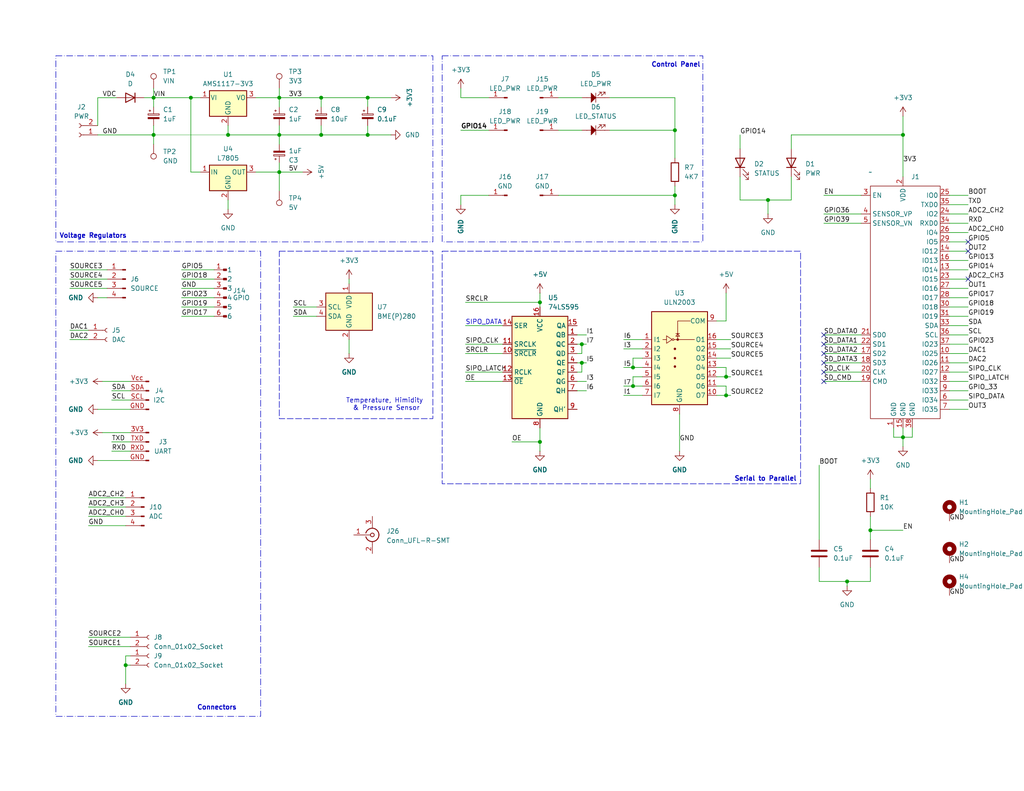
<source format=kicad_sch>
(kicad_sch (version 20231120) (generator "eeschema") (generator_version "8.0")
  (paper "USLetter")
  (title_block (title "ESP32 Node") (date "2024-07-03") (rev "v2.0"))
  (junction (at 388.62 22.86))
  (junction (at 595.63 139.7))
  (junction (at 147.32 120.65))
  (junction (at 87.63 26.67))
  (junction (at 62.23 36.83))
  (junction (at 198.12 102.87))
  (junction (at 76.2 36.83))
  (junction (at 184.15 35.56))
  (junction (at 358.14 30.48))
  (junction (at 198.12 107.95))
  (junction (at 172.72 105.41))
  (junction (at 100.33 36.83))
  (junction (at 595.63 116.84))
  (junction (at 595.63 132.08))
  (junction (at 595.63 124.46))
  (junction (at 246.38 36.83))
  (junction (at 41.91 36.83))
  (junction (at 52.07 26.67))
  (junction (at 478.79 156.21))
  (junction (at 76.2 46.99))
  (junction (at 158.75 93.98))
  (junction (at 377.19 151.13))
  (junction (at 246.38 119.38))
  (junction (at 158.75 99.06))
  (junction (at 347.98 54.61))
  (junction (at 401.32 163.83))
  (junction (at 237.49 144.78))
  (junction (at 495.3 168.91))
  (junction (at 100.33 26.67))
  (junction (at 76.2 26.67))
  (junction (at 595.63 128.27))
  (junction (at 41.91 26.67))
  (junction (at 87.63 36.83))
  (junction (at 147.32 82.55))
  (junction (at 184.15 53.34))
  (junction (at 449.58 99.06))
  (junction (at 495.3 156.21))
  (junction (at 231.14 158.75))
  (junction (at 358.14 22.86))
  (junction (at 209.55 54.61))
  (junction (at 595.63 135.89))
  (junction (at 374.65 30.48))
  (junction (at 595.63 120.65))
  (junction (at 172.72 100.33))
  (junction (at 34.29 181.61))
  (no_connect (at 224.79 96.52))
  (no_connect (at 224.79 104.14))
  (no_connect (at 361.95 113.03))
  (no_connect (at 224.79 99.06))
  (no_connect (at 264.16 66.04))
  (no_connect (at 264.16 76.2))
  (no_connect (at 264.16 68.58))
  (no_connect (at 224.79 93.98))
  (no_connect (at 224.79 101.6))
  (no_connect (at 224.79 91.44))
  (wire (pts (xy 478.79 168.91) (xy 476.25 168.91)))
  (wire (pts (xy 158.75 99.06) (xy 158.75 101.6)))
  (wire (pts (xy 259.08 58.42) (xy 264.16 58.42)))
  (wire (pts (xy 327.66 25.4) (xy 328.93 25.4)))
  (wire (pts (xy 62.23 54.61) (xy 62.23 57.15)))
  (wire (pts (xy 52.07 26.67) (xy 54.61 26.67)))
  (wire (pts (xy 588.01 135.89) (xy 595.63 135.89)))
  (wire (pts (xy 558.8 53.34) (xy 568.96 53.34)))
  (wire (pts (xy 157.48 99.06) (xy 158.75 99.06)))
  (wire (pts (xy 224.79 101.6) (xy 234.95 101.6)))
  (wire (pts (xy 34.29 179.07) (xy 34.29 181.61)))
  (wire (pts (xy 30.48 109.22) (xy 35.56 109.22)))
  (wire (pts (xy 195.58 107.95) (xy 198.12 107.95)))
  (wire (pts (xy 41.91 36.83) (xy 62.23 36.83)) (stroke (width 0.0254)))
  (wire (pts (xy 558.8 55.88) (xy 568.96 55.88)))
  (wire (pts (xy 358.14 171.45) (xy 361.95 171.45)))
  (wire (pts (xy 147.32 116.84) (xy 147.32 120.65)))
  (wire (pts (xy 127 93.98) (xy 137.16 93.98)))
  (wire (pts (xy 572.77 120.65) (xy 580.39 120.65)))
  (wire (pts (xy 184.15 26.67) (xy 184.15 35.56)))
  (wire (pts (xy 615.95 24.13) (xy 622.3 24.13)))
  (wire (pts (xy 588.01 124.46) (xy 595.63 124.46)))
  (wire (pts (xy 184.15 50.8) (xy 184.15 53.34)))
  (wire (pts (xy 24.13 173.99) (xy 35.56 173.99)))
  (wire (pts (xy 223.52 158.75) (xy 231.14 158.75)))
  (wire (pts (xy 595.63 139.7) (xy 595.63 143.51)))
  (wire (pts (xy 41.91 26.67) (xy 52.07 26.67)))
  (wire (pts (xy 341.63 52.07) (xy 354.33 52.07)))
  (wire (pts (xy 259.08 63.5) (xy 264.16 63.5)))
  (wire (pts (xy 209.55 54.61) (xy 215.9 54.61)))
  (wire (pts (xy 588.01 120.65) (xy 595.63 120.65)))
  (wire (pts (xy 495.3 158.75) (xy 495.3 156.21)))
  (wire (pts (xy 377.19 151.13) (xy 382.27 151.13)))
  (wire (pts (xy 224.79 99.06) (xy 234.95 99.06)))
  (wire (pts (xy 54.61 46.99) (xy 52.07 46.99)))
  (wire (pts (xy 30.48 120.65) (xy 35.56 120.65)))
  (wire (pts (xy 508 91.44) (xy 515.62 91.44)))
  (wire (pts (xy 495.3 156.21) (xy 504.19 156.21)))
  (wire (pts (xy 623.57 62.23) (xy 635 62.23)))
  (wire (pts (xy 24.13 140.97) (xy 34.29 140.97)))
  (wire (pts (xy 401.32 142.24) (xy 401.32 146.05)))
  (wire (pts (xy 127 96.52) (xy 137.16 96.52)))
  (wire (pts (xy 246.38 31.75) (xy 246.38 36.83)))
  (wire (pts (xy 259.08 78.74) (xy 264.16 78.74)))
  (wire (pts (xy 172.72 100.33) (xy 175.26 100.33)))
  (wire (pts (xy 172.72 105.41) (xy 175.26 105.41)))
  (wire (pts (xy 259.08 81.28) (xy 264.16 81.28)))
  (wire (pts (xy 615.95 26.67) (xy 622.3 26.67)))
  (wire (pts (xy 615.95 19.05) (xy 622.3 19.05)))
  (wire (pts (xy 623.57 57.15) (xy 635 57.15)))
  (wire (pts (xy 353.06 22.86) (xy 358.14 22.86)))
  (wire (pts (xy 27.94 104.14) (xy 35.56 104.14)))
  (wire (pts (xy 198.12 107.95) (xy 199.39 107.95)))
  (wire (pts (xy 572.77 128.27) (xy 580.39 128.27)))
  (wire (pts (xy 170.18 92.71) (xy 175.26 92.71)))
  (wire (pts (xy 389.89 151.13) (xy 393.7 151.13)))
  (wire (pts (xy 452.12 95.25) (xy 452.12 99.06)))
  (wire (pts (xy 62.23 34.29) (xy 62.23 36.83)))
  (wire (pts (xy 100.33 36.83) (xy 106.68 36.83)))
  (wire (pts (xy 195.58 92.71) (xy 199.39 92.71)))
  (wire (pts (xy 29.21 78.74) (xy 19.05 78.74)))
  (wire (pts (xy 551.22 22.73) (xy 558.84 22.73)))
  (wire (pts (xy 243.84 119.38) (xy 246.38 119.38)))
  (wire (pts (xy 158.75 93.98) (xy 160.02 93.98)))
  (wire (pts (xy 125.73 26.67) (xy 125.73 24.13)))
  (wire (pts (xy 76.2 34.29) (xy 76.2 36.83)))
  (wire (pts (xy 29.21 73.66) (xy 19.05 73.66)))
  (wire (pts (xy 259.08 53.34) (xy 264.16 53.34)))
  (wire (pts (xy 87.63 26.67) (xy 87.63 29.21)))
  (wire (pts (xy 374.65 30.48) (xy 374.65 34.29)))
  (wire (pts (xy 49.53 81.28) (xy 58.42 81.28)))
  (wire (pts (xy 595.63 120.65) (xy 595.63 124.46)))
  (wire (pts (xy 198.12 87.63) (xy 195.58 87.63)))
  (wire (pts (xy 461.01 67.31) (xy 466.09 67.31)))
  (wire (pts (xy 201.93 36.83) (xy 201.93 40.64)))
  (wire (pts (xy 49.53 83.82) (xy 58.42 83.82)))
  (wire (pts (xy 195.58 105.41) (xy 198.12 105.41)))
  (wire (pts (xy 26.67 81.28) (xy 29.21 81.28)))
  (wire (pts (xy 147.32 82.55) (xy 147.32 83.82)))
  (wire (pts (xy 595.63 128.27) (xy 595.63 132.08)))
  (wire (pts (xy 458.47 168.91) (xy 461.01 168.91)))
  (wire (pts (xy 595.63 116.84) (xy 595.63 120.65)))
  (wire (pts (xy 504.19 163.83) (xy 504.19 168.91)))
  (wire (pts (xy 631.19 8.89) (xy 631.19 12.7)))
  (wire (pts (xy 125.73 53.34) (xy 125.73 55.88)))
  (wire (pts (xy 382.27 22.86) (xy 388.62 22.86)))
  (wire (pts (xy 234.95 53.34) (xy 224.79 53.34)))
  (wire (pts (xy 358.14 173.99) (xy 361.95 173.99)))
  (wire (pts (xy 166.37 35.56) (xy 184.15 35.56)))
  (wire (pts (xy 133.35 26.67) (xy 125.73 26.67)))
  (wire (pts (xy 147.32 80.01) (xy 147.32 82.55)))
  (wire (pts (xy 26.67 26.67) (xy 31.75 26.67)))
  (wire (pts (xy 243.84 116.84) (xy 243.84 119.38)))
  (wire (pts (xy 434.34 55.88) (xy 438.15 55.88)))
  (wire (pts (xy 588.01 132.08) (xy 595.63 132.08)))
  (wire (pts (xy 41.91 39.37) (xy 41.91 36.83)))
  (wire (pts (xy 19.05 90.17) (xy 24.13 90.17)))
  (wire (pts (xy 224.79 60.96) (xy 234.95 60.96)))
  (wire (pts (xy 504.19 161.29) (xy 506.73 161.29)))
  (wire (pts (xy 49.53 76.2) (xy 58.42 76.2)))
  (wire (pts (xy 34.29 181.61) (xy 35.56 181.61)))
  (wire (pts (xy 27.94 118.11) (xy 35.56 118.11)))
  (wire (pts (xy 41.91 26.67) (xy 41.91 29.21)))
  (wire (pts (xy 237.49 140.97) (xy 237.49 144.78)))
  (wire (pts (xy 237.49 144.78) (xy 246.38 144.78)))
  (wire (pts (xy 198.12 100.33) (xy 198.12 102.87)))
  (wire (pts (xy 259.08 106.68) (xy 264.16 106.68)))
  (wire (pts (xy 41.91 34.29) (xy 41.91 36.83)))
  (wire (pts (xy 209.55 58.42) (xy 209.55 54.61)))
  (wire (pts (xy 152.4 35.56) (xy 158.75 35.56)))
  (wire (pts (xy 224.79 93.98) (xy 234.95 93.98)))
  (wire (pts (xy 198.12 80.01) (xy 198.12 87.63)))
  (wire (pts (xy 24.13 176.53) (xy 35.56 176.53)))
  (wire (pts (xy 486.41 173.99) (xy 487.68 173.99)))
  (wire (pts (xy 224.79 91.44) (xy 234.95 91.44)))
  (wire (pts (xy 157.48 96.52) (xy 158.75 96.52)))
  (wire (pts (xy 361.95 118.11) (xy 373.38 118.11)))
  (wire (pts (xy 157.48 104.14) (xy 160.02 104.14)))
  (wire (pts (xy 215.9 48.26) (xy 215.9 54.61)))
  (wire (pts (xy 52.07 26.67) (xy 52.07 46.99)))
  (wire (pts (xy 259.08 101.6) (xy 264.16 101.6)))
  (wire (pts (xy 342.9 113.03) (xy 346.71 113.03)))
  (wire (pts (xy 35.56 179.07) (xy 34.29 179.07)))
  (wire (pts (xy 76.2 46.99) (xy 82.55 46.99)))
  (wire (pts (xy 41.91 24.13) (xy 41.91 26.67)))
  (wire (pts (xy 76.2 36.83) (xy 87.63 36.83)))
  (wire (pts (xy 588.01 128.27) (xy 595.63 128.27)))
  (wire (pts (xy 259.08 104.14) (xy 264.16 104.14)))
  (wire (pts (xy 152.4 26.67) (xy 158.75 26.67)))
  (wire (pts (xy 567.73 10.03) (xy 567.73 13.84)))
  (wire (pts (xy 195.58 97.79) (xy 199.39 97.79)))
  (wire (pts (xy 401.32 156.21) (xy 401.32 163.83)))
  (wire (pts (xy 631.19 33.02) (xy 631.19 35.56)))
  (wire (pts (xy 259.08 93.98) (xy 264.16 93.98)))
  (wire (pts (xy 461.01 69.85) (xy 466.09 69.85)))
  (wire (pts (xy 237.49 154.94) (xy 237.49 158.75)))
  (wire (pts (xy 215.9 36.83) (xy 215.9 40.64)))
  (wire (pts (xy 127 88.9) (xy 137.16 88.9)))
  (wire (pts (xy 504.19 156.21) (xy 504.19 161.29)))
  (wire (pts (xy 623.57 66.04) (xy 623.57 62.23)))
  (wire (pts (xy 80.01 86.36) (xy 86.36 86.36)))
  (wire (pts (xy 195.58 100.33) (xy 198.12 100.33)))
  (wire (pts (xy 35.56 111.76) (xy 26.67 111.76)))
  (wire (pts (xy 195.58 95.25) (xy 199.39 95.25)))
  (wire (pts (xy 495.3 156.21) (xy 478.79 156.21)))
  (wire (pts (xy 30.48 123.19) (xy 35.56 123.19)))
  (wire (pts (xy 476.25 173.99) (xy 478.79 173.99)))
  (wire (pts (xy 125.73 35.56) (xy 133.35 35.56)))
  (wire (pts (xy 87.63 26.67) (xy 100.33 26.67)))
  (wire (pts (xy 595.63 113.03) (xy 595.63 116.84)))
  (wire (pts (xy 201.93 54.61) (xy 209.55 54.61)))
  (wire (pts (xy 76.2 36.83) (xy 76.2 39.37)))
  (wire (pts (xy 259.08 55.88) (xy 264.16 55.88)))
  (wire (pts (xy 452.12 99.06) (xy 449.58 99.06)))
  (wire (pts (xy 259.08 99.06) (xy 264.16 99.06)))
  (wire (pts (xy 461.01 62.23) (xy 466.09 62.23)))
  (wire (pts (xy 237.49 144.78) (xy 237.49 147.32)))
  (wire (pts (xy 201.93 48.26) (xy 201.93 54.61)))
  (wire (pts (xy 147.32 120.65) (xy 147.32 123.19)))
  (wire (pts (xy 449.58 95.25) (xy 449.58 99.06)))
  (wire (pts (xy 448.31 27.94) (xy 448.31 31.75)))
  (wire (pts (xy 434.34 58.42) (xy 438.15 58.42)))
  (wire (pts (xy 551.22 20.19) (xy 558.84 20.19)))
  (wire (pts (xy 100.33 26.67) (xy 100.33 29.21)))
  (wire (pts (xy 623.57 59.69) (xy 635 59.69)))
  (wire (pts (xy 358.14 166.37) (xy 361.95 166.37)))
  (wire (pts (xy 358.14 24.13) (xy 358.14 22.86)))
  (wire (pts (xy 623.57 54.61) (xy 635 54.61)))
  (wire (pts (xy 388.62 30.48) (xy 374.65 30.48)))
  (wire (pts (xy 588.01 139.7) (xy 595.63 139.7)))
  (wire (pts (xy 62.23 36.83) (xy 76.2 36.83)))
  (wire (pts (xy 401.32 163.83) (xy 401.32 172.72)))
  (wire (pts (xy 358.14 168.91) (xy 361.95 168.91)))
  (wire (pts (xy 361.95 115.57) (xy 373.38 115.57)))
  (wire (pts (xy 259.08 86.36) (xy 264.16 86.36)))
  (wire (pts (xy 224.79 104.14) (xy 234.95 104.14)))
  (wire (pts (xy 561.34 48.26) (xy 568.96 48.26)))
  (wire (pts (xy 449.58 99.06) (xy 449.58 101.6)))
  (wire (pts (xy 76.2 29.21) (xy 76.2 26.67)))
  (wire (pts (xy 80.01 83.82) (xy 86.36 83.82)))
  (wire (pts (xy 259.08 60.96) (xy 264.16 60.96)))
  (wire (pts (xy 76.2 46.99) (xy 76.2 52.07)))
  (wire (pts (xy 170.18 105.41) (xy 172.72 105.41)))
  (wire (pts (xy 572.77 135.89) (xy 580.39 135.89)))
  (wire (pts (xy 259.08 71.12) (xy 264.16 71.12)))
  (wire (pts (xy 259.08 88.9) (xy 264.16 88.9)))
  (wire (pts (xy 327.66 30.48) (xy 358.14 30.48)))
  (wire (pts (xy 341.63 49.53) (xy 347.98 49.53)))
  (wire (pts (xy 347.98 49.53) (xy 347.98 54.61)))
  (wire (pts (xy 26.67 36.83) (xy 41.91 36.83)))
  (wire (pts (xy 401.32 163.83) (xy 393.7 163.83)))
  (wire (pts (xy 24.13 138.43) (xy 34.29 138.43)))
  (wire (pts (xy 125.73 53.34) (xy 133.35 53.34)))
  (wire (pts (xy 558.8 58.42) (xy 558.8 55.88)))
  (wire (pts (xy 170.18 107.95) (xy 175.26 107.95)))
  (wire (pts (xy 377.19 142.24) (xy 377.19 151.13)))
  (wire (pts (xy 572.77 116.84) (xy 580.39 116.84)))
  (wire (pts (xy 224.79 58.42) (xy 234.95 58.42)))
  (wire (pts (xy 495.3 179.07) (xy 495.3 182.88)))
  (wire (pts (xy 157.48 91.44) (xy 160.02 91.44)))
  (wire (pts (xy 35.56 125.73) (xy 26.67 125.73)))
  (wire (pts (xy 572.77 124.46) (xy 580.39 124.46)))
  (wire (pts (xy 259.08 76.2) (xy 264.16 76.2)))
  (wire (pts (xy 504.19 88.9) (xy 515.62 88.9)))
  (wire (pts (xy 100.33 34.29) (xy 100.33 36.83)))
  (wire (pts (xy 506.73 163.83) (xy 504.19 163.83)))
  (wire (pts (xy 327.66 113.03) (xy 335.28 113.03)))
  (wire (pts (xy 95.25 76.2) (xy 95.25 77.47)))
  (wire (pts (xy 49.53 86.36) (xy 58.42 86.36)))
  (wire (pts (xy 246.38 119.38) (xy 246.38 121.92)))
  (wire (pts (xy 259.08 68.58) (xy 264.16 68.58)))
  (wire (pts (xy 259.08 96.52) (xy 264.16 96.52)))
  (wire (pts (xy 595.63 135.89) (xy 595.63 139.7)))
  (wire (pts (xy 259.08 111.76) (xy 264.16 111.76)))
  (wire (pts (xy 478.79 156.21) (xy 478.79 168.91)))
  (wire (pts (xy 76.2 44.45) (xy 76.2 46.99)))
  (wire (pts (xy 170.18 95.25) (xy 175.26 95.25)))
  (wire (pts (xy 127 101.6) (xy 137.16 101.6)))
  (wire (pts (xy 246.38 36.83) (xy 246.38 48.26)))
  (wire (pts (xy 223.52 127) (xy 223.52 147.32)))
  (wire (pts (xy 572.77 139.7) (xy 580.39 139.7)))
  (wire (pts (xy 626.11 49.53) (xy 635 49.53)))
  (wire (pts (xy 384.81 163.83) (xy 386.08 163.83)))
  (wire (pts (xy 461.01 72.39) (xy 466.09 72.39)))
  (wire (pts (xy 344.17 123.19) (xy 344.17 118.11)))
  (wire (pts (xy 184.15 53.34) (xy 184.15 55.88)))
  (wire (pts (xy 198.12 105.41) (xy 198.12 107.95)))
  (wire (pts (xy 455.93 173.99) (xy 461.01 173.99)))
  (wire (pts (xy 69.85 46.99) (xy 76.2 46.99)))
  (wire (pts (xy 69.85 26.67) (xy 76.2 26.67)))
  (wire (pts (xy 388.62 29.21) (xy 388.62 30.48)))
  (wire (pts (xy 347.98 54.61) (xy 347.98 60.96)))
  (wire (pts (xy 19.05 92.71) (xy 24.13 92.71)))
  (wire (pts (xy 34.29 181.61) (xy 34.29 186.69)))
  (wire (pts (xy 127 82.55) (xy 147.32 82.55)))
  (wire (pts (xy 248.92 119.38) (xy 246.38 119.38)))
  (wire (pts (xy 377.19 168.91) (xy 377.19 172.72)))
  (wire (pts (xy 341.63 54.61) (xy 347.98 54.61)))
  (wire (pts (xy 198.12 102.87) (xy 199.39 102.87)))
  (wire (pts (xy 440.69 168.91) (xy 450.85 168.91)))
  (wire (pts (xy 388.62 22.86) (xy 388.62 24.13)))
  (wire (pts (xy 259.08 66.04) (xy 264.16 66.04)))
  (wire (pts (xy 339.09 22.86) (xy 345.44 22.86)))
  (wire (pts (xy 157.48 93.98) (xy 158.75 93.98)))
  (wire (pts (xy 259.08 109.22) (xy 264.16 109.22)))
  (wire (pts (xy 358.14 163.83) (xy 361.95 163.83)))
  (wire (pts (xy 623.57 52.07) (xy 635 52.07)))
  (wire (pts (xy 248.92 116.84) (xy 248.92 119.38)))
  (wire (pts (xy 588.01 113.03) (xy 595.63 113.03)))
  (wire (pts (xy 588.01 116.84) (xy 595.63 116.84)))
  (wire (pts (xy 34.29 135.89) (xy 24.13 135.89)))
  (wire (pts (xy 447.04 99.06) (xy 449.58 99.06)))
  (wire (pts (xy 558.8 50.8) (xy 568.96 50.8)))
  (wire (pts (xy 447.04 95.25) (xy 447.04 99.06)))
  (wire (pts (xy 184.15 35.56) (xy 184.15 43.18)))
  (wire (pts (xy 139.7 120.65) (xy 147.32 120.65)))
  (wire (pts (xy 388.62 22.86) (xy 400.05 22.86)) (stroke (width 0) (color 255 0 0 1)))
  (wire (pts (xy 259.08 83.82) (xy 264.16 83.82)))
  (wire (pts (xy 76.2 24.13) (xy 76.2 26.67)))
  (wire (pts (xy 175.26 102.87) (xy 172.72 102.87)))
  (wire (pts (xy 259.08 73.66) (xy 264.16 73.66)))
  (wire (pts (xy 175.26 97.79) (xy 172.72 97.79)))
  (wire (pts (xy 358.14 22.86) (xy 367.03 22.86)))
  (wire (pts (xy 461.01 44.45) (xy 466.09 44.45)))
  (wire (pts (xy 358.14 30.48) (xy 374.65 30.48)))
  (wire (pts (xy 237.49 130.81) (xy 237.49 133.35)))
  (wire (pts (xy 495.3 166.37) (xy 495.3 168.91)))
  (wire (pts (xy 170.18 100.33) (xy 172.72 100.33)))
  (wire (pts (xy 87.63 34.29) (xy 87.63 36.83)))
  (wire (pts (xy 358.14 29.21) (xy 358.14 30.48)))
  (wire (pts (xy 49.53 73.66) (xy 58.42 73.66)))
  (wire (pts (xy 30.48 106.68) (xy 35.56 106.68)))
  (wire (pts (xy 259.08 91.44) (xy 264.16 91.44)))
  (wire (pts (xy 26.67 26.67) (xy 26.67 34.29)))
  (wire (pts (xy 615.95 21.59) (xy 622.3 21.59)))
  (wire (pts (xy 358.14 161.29) (xy 361.95 161.29)))
  (wire (pts (xy 152.4 53.34) (xy 184.15 53.34)))
  (wire (pts (xy 231.14 158.75) (xy 231.14 160.02)))
  (wire (pts (xy 24.13 143.51) (xy 34.29 143.51)))
  (wire (pts (xy 224.79 96.52) (xy 234.95 96.52)))
  (wire (pts (xy 377.19 151.13) (xy 377.19 158.75)))
  (wire (pts (xy 572.77 132.08) (xy 580.39 132.08)))
  (wire (pts (xy 172.72 97.79) (xy 172.72 100.33)))
  (wire (pts (xy 157.48 101.6) (xy 158.75 101.6)))
  (wire (pts (xy 157.48 106.68) (xy 160.02 106.68)))
  (wire (pts (xy 95.25 92.71) (xy 95.25 96.52)))
  (wire (pts (xy 567.73 29.08) (xy 567.73 34.16)))
  (wire (pts (xy 595.63 124.46) (xy 595.63 128.27)))
  (wire (pts (xy 223.52 154.94) (xy 223.52 158.75)))
  (wire (pts (xy 478.79 153.67) (xy 478.79 156.21)))
  (wire (pts (xy 195.58 102.87) (xy 198.12 102.87)))
  (wire (pts (xy 185.42 113.03) (xy 185.42 123.19)))
  (wire (pts (xy 76.2 26.67) (xy 87.63 26.67)))
  (wire (pts (xy 450.85 27.94) (xy 450.85 31.75)))
  (wire (pts (xy 49.53 78.74) (xy 58.42 78.74)))
  (wire (pts (xy 29.21 76.2) (xy 19.05 76.2)))
  (wire (pts (xy 344.17 118.11) (xy 346.71 118.11)))
  (wire (pts (xy 231.14 158.75) (xy 237.49 158.75)))
  (wire (pts (xy 215.9 36.83) (xy 246.38 36.83)))
  (wire (pts (xy 327.66 27.94) (xy 327.66 25.4)))
  (wire (pts (xy 504.19 168.91) (xy 495.3 168.91)))
  (wire (pts (xy 158.75 99.06) (xy 160.02 99.06)))
  (wire (pts (xy 455.93 182.88) (xy 455.93 173.99)))
  (wire (pts (xy 172.72 102.87) (xy 172.72 105.41)))
  (wire (pts (xy 246.38 116.84) (xy 246.38 119.38)))
  (wire (pts (xy 595.63 132.08) (xy 595.63 135.89)))
  (wire (pts (xy 158.75 96.52) (xy 158.75 93.98)))
  (wire (pts (xy 580.39 113.03) (xy 572.77 113.03)))
  (wire (pts (xy 166.37 26.67) (xy 184.15 26.67)))
  (wire (pts (xy 87.63 36.83) (xy 100.33 36.83)))
  (wire (pts (xy 461.01 64.77) (xy 466.09 64.77)))
  (wire (pts (xy 100.33 26.67) (xy 106.68 26.67)))
  (wire (pts (xy 39.37 26.67) (xy 41.91 26.67)))
  (wire (pts (xy 127 104.14) (xy 137.16 104.14)))
  (rectangle (start 328.93 137.16) (end 412.75 186.69) (stroke (width 0) (type dash_dot)))
  (rectangle (start 120.65 68.58) (end 218.44 132.08) (stroke (width 0) (type dash)))
  (rectangle (start 15.24 68.58) (end 71.12 195.58) (stroke (width 0) (type dash_dot)))
  (rectangle (start 76.2 68.58) (end 118.11 114.3) (stroke (width 0) (type dash)))
  (rectangle (start 120.65 15.24) (end 191.77 66.04) (stroke (width 0) (type dash_dot)))
  (rectangle (start 15.24 15.24) (end 118.11 66.04) (stroke (width 0) (type dash_dot)))
  (text "Voltage Regulators" (at 25.4 63.754 0) (effects (font (size 1.27 1.27) (thickness 0.254) (bold yes)) (justify top)))
  (text "UART Programmer" (at 401.828 184.912 0) (effects (font (size 1.27 1.27))))
  (text "Control Panel " (at 184.912 17.78 0) (effects (font (size 1.27 1.27) (thickness 0.254) (bold yes))))
  (text "Connectors\n" (at 59.182 193.294 0) (effects (font (size 1.27 1.27) (thickness 0.254) (bold yes))))
  (text "Serial to Parallel" (at 217.424 131.572 0) (effects (font (size 1.27 1.27) (bold yes)) (justify right bottom)))
  (text "Temperature, Himidity \n& Pressure Sensor" (at 105.41 110.49 0) (effects (font (size 1.27 1.27))))
  (label "SIPO_DATA" (at 264.16 109.22 0))
  (label "VIN" (at 358.14 22.86 0))
  (label "SOURCE5" (at 199.39 97.79 0))
  (label "GND" (at 259.08 142.24 0))
  (label "SPI-SDA" (at 623.57 52.07 0))
  (label "12V" (at 508 91.44 0))
  (label "SOURCE3" (at 19.05 73.66 0))
  (label "SOURCE4" (at 19.05 76.2 0))
  (label "SD_DATA1" (at 224.79 93.98 0))
  (label "SOURCE1" (at 24.13 176.53 0))
  (label "I7" (at 160.02 93.98 0))
  (label "TXD" (at 361.95 166.37 0))
  (label "GPIO5" (at 264.16 66.04 0))
  (label "SOURCE5" (at 19.05 78.74 0))
  (label "RTS" (at 401.32 172.72 0))
  (label "ADC2_CH2" (at 264.16 58.42 0))
  (label "OUT1" (at 264.16 78.74 0))
  (label "SPI-SDO" (at 623.57 59.69 0))
  (label "GND" (at 508 88.9 0))
  (label "SPI-SCL" (at 466.09 62.23 0))
  (label "GPIO_33" (at 264.16 106.68 0))
  (label "I3" (at 160.02 104.14 0))
  (label "OUT2" (at 264.16 68.58 0))
  (label "3V3" (at 361.95 161.29 0))
  (label "SD_DATA0" (at 224.79 91.44 0))
  (label "QB-2" (at 572.77 116.84 180))
  (label "EN" (at 401.32 142.24 0))
  (label "D5" (at 615.95 24.13 0))
  (label "5V" (at 397.51 22.86 0))
  (label "GPIO23" (at 264.16 93.98 0))
  (label "VDC" (at 27.94 26.67 0))
  (label "GPIO13" (at 264.16 71.12 0))
  (label "SCL" (at 80.01 83.82 0))
  (label "QD-2" (at 572.77 124.46 180))
  (label "SIPO_CLK" (at 127 93.98 0))
  (label "QF-2" (at 572.77 132.08 180))
  (label "SD_CLK" (at 224.79 101.6 0))
  (label "SPI-CSB" (at 623.57 57.15 0))
  (label "DAC2" (at 19.05 92.71 0))
  (label "OE" (at 139.7 120.65 0))
  (label "TXD" (at 264.16 55.88 0))
  (label "I1" (at 170.18 107.95 0))
  (label "BOOT" (at 223.52 127 0))
  (label "ADC2_CH2" (at 24.13 135.89 0))
  (label "SDA" (at 264.16 88.9 0))
  (label "D19" (at 615.95 26.67 0))
  (label "SD_CMD" (at 224.79 104.14 0))
  (label "ADC2_CH0" (at 24.13 140.97 0))
  (label "SD_DATA3" (at 224.79 99.06 0))
  (label "SIPO_LATCH" (at 127 101.6 0))
  (label "QA-2" (at 572.77 113.03 180))
  (label "I5" (at 160.02 99.06 0))
  (label "GPIO17" (at 264.16 81.28 0))
  (label "GPIO23" (at 49.53 81.28 0))
  (label "3V3" (at 450.85 27.94 0))
  (label "GPIO5" (at 49.53 73.66 0))
  (label "DTR" (at 377.19 142.24 0))
  (label "GPIO13" (at 440.69 168.91 0))
  (label "SD_DATA2" (at 224.79 96.52 0))
  (label "SDA-2" (at 551.22 22.73 0))
  (label "SPI-SCL" (at 623.57 54.61 0))
  (label "GND" (at 24.13 143.51 0))
  (label "EN" (at 246.38 144.78 0))
  (label "D18" (at 615.95 19.05 0))
  (label "RTS" (at 361.95 171.45 0))
  (label "D23" (at 615.95 21.59 0))
  (label "5V" (at 342.9 52.07 0))
  (label "SCL" (at 264.16 91.44 0))
  (label "SIPO_LATCH" (at 264.16 104.14 0))
  (label "GPIO18" (at 264.16 83.82 0))
  (label "GPIO14" (at 201.93 36.83 0))
  (label "GPIO14" (at 264.16 73.66 0))
  (label "V1-" (at 363.22 118.11 0))
  (label "BOOT" (at 377.19 172.72 0))
  (label "RX" (at 434.34 55.88 0))
  (label "RXD" (at 30.48 123.19 0))
  (label "GPIO27" (at 327.66 113.03 0))
  (label "SCL" (at 30.48 109.22 0))
  (label "GND" (at 361.95 163.83 0))
  (label "SIPO_CLK" (at 264.16 101.6 0))
  (label "GND" (at 49.53 78.74 0))
  (label "I6" (at 170.18 92.71 0))
  (label "3V3" (at 246.38 44.45 0))
  (label "QE-2" (at 572.77 128.27 180))
  (label "ADC2_CH3" (at 264.16 76.2 0))
  (label "SPI-SDO" (at 466.09 64.77 0))
  (label "OUT3" (at 264.16 111.76 0))
  (label "SCL-2" (at 558.8 53.34 0))
  (label "GPIO39" (at 224.79 60.96 0))
  (label "I5" (at 170.18 100.33 0))
  (label "SOURCE1" (at 199.39 102.87 0))
  (label "SPI-CSB" (at 466.09 44.45 0))
  (label "SPI-SDA" (at 466.09 72.39 0))
  (label "GND" (at 259.08 153.67 0))
  (label "GPIO17" (at 49.53 86.36 0))
  (label "GPIO18" (at 49.53 76.2 0))
  (label "SOURCE2" (at 199.39 107.95 0))
  (label "BOOT" (at 264.16 53.34 0))
  (label "RXD" (at 361.95 168.91 0))
  (label "SRCLR" (at 127 82.55 0))
  (label "SOURCE3" (at 199.39 92.71 0))
  (label "DTR" (at 361.95 173.99 0))
  (label "ADC2_CH0" (at 264.16 63.5 0))
  (label "5V" (at 78.74 46.99 0))
  (label "ADC2_CH3" (at 24.13 138.43 0))
  (label "SCL-2" (at 551.22 20.19 0))
  (label "GND" (at 259.08 162.56 0))
  (label "VIN" (at 41.91 26.67 0))
  (label "SDA-2" (at 558.8 50.8 0))
  (label "DAC2" (at 264.16 99.06 0))
  (label "SDA" (at 80.01 86.36 0))
  (label "TX" (at 434.34 58.42 0))
  (label "QH-2" (at 572.77 139.7 180))
  (label "DAC1" (at 264.16 96.52 0))
  (label "3V3" (at 78.74 26.67 0))
  (label "OE" (at 127 104.14 0))
  (label "SDA" (at 30.48 106.68 0))
  (label "SRCLR" (at 127 96.52 0))
  (label "GPIO19" (at 49.53 83.82 0))
  (label "GPIO36" (at 224.79 58.42 0))
  (label "GPIO19" (at 264.16 86.36 0))
  (label "SCL-2" (at 466.09 69.85 0))
  (label "I3" (at 170.18 95.25 0))
  (label "GND" (at 27.94 36.83 0))
  (label "I1" (at 160.02 91.44 0))
  (label "V1+" (at 363.22 115.57 0))
  (label "DAC1" (at 19.05 90.17 0))
  (label "EN" (at 224.79 53.34 0))
  (label "VDC" (at 340.36 22.86 0))
  (label "I6" (at 160.02 106.68 0))
  (label "SIPO_DATA" (at 127 88.9 0))
  (label "QC-2" (at 572.77 120.65 180))
  (label "GND" (at 185.42 120.65 0))
  (label "GPIO14" (at 125.73 35.56 0) (effects (font (bold yes))))
  (label "SOURCE4" (at 199.39 95.25 0))
  (label "I7" (at 170.18 105.41 0))
  (label "GND" (at 347.98 30.48 0))
  (label "TXD" (at 30.48 120.65 0))
  (label "SDA-2" (at 466.09 67.31 0))
  (label "SOURCE2" (at 24.13 173.99 0))
  (label "RXD" (at 264.16 60.96 0))
  (label "QG-2" (at 572.77 135.89 180))
  (symbol (lib_id "Connector:Conn_01x02_Socket") (at 29.21 90.17 0) (unit 1)
    (property "Reference" "J5" (at 30.48 90.1699 0) (effects (justify left)))
    (property "Value" "DAC" (at 30.48 92.7099 0) (effects (justify left)))
    (property "Footprint" "Connector_PinSocket_2.54mm:PinSocket_1x02_P2.54mm_Vertical" (effects (hide yes)))
  )
  (symbol (lib_id "power:GND") (at 631.19 35.56 0) (unit 1)
    (property "Reference" "#PWR042" (effects (hide yes)))
    (property "Value" "GND" (at 631.19 40.64 0))
  )
  (symbol (lib_id "power:GND") (at 106.68 36.83 90) (unit 1)
    (property "Reference" "#PWR03" (effects (hide yes)))
    (property "Value" "GND" (at 110.49 36.8299 90) (effects (justify right)))
  )
  (symbol (lib_id "Device:R") (at 389.89 163.83 270) (unit 1) (on_board no)
    (property "Reference" "R3" (at 389.89 157.48 90))
    (property "Value" "10K" (at 389.89 160.02 90))
    (property "Footprint" "Resistor_SMD:R_1210_3225Metric_Pad1.30x2.65mm_HandSolder" (effects (hide yes)))
    (property "Description" "Resistor" (effects (hide yes)))
  )
  (symbol (lib_id "Connector:Conn_01x04_Pin") (at 39.37 138.43 0) (mirror y) (unit 1)
    (property "Reference" "J10" (at 40.64 138.4299 0) (effects (justify right)))
    (property "Value" "ADC" (at 40.64 140.9699 0) (effects (justify right)))
    (property "Footprint" "Connector_PinSocket_2.54mm:PinSocket_1x04_P2.54mm_Vertical" (effects (hide yes)))
  )
  (symbol (lib_name "+3V3_2") (lib_id "power:+3V3") (at 631.19 8.89 0) (unit 1)
    (property "Reference" "#PWR043" (effects (hide yes)))
    (property "Value" "+3V3" (at 631.19 5.08 0))
    (property "Description" "Power symbol creates a global label with name \"+3V3\"" (effects (hide yes)))
  )
  (symbol (lib_id "Device:LED") (at 584.2 135.89 180) (unit 1)
    (property "Reference" "D14" (at 585.7875 128.27 0))
    (property "Value" "PWR" (at 585.7875 130.81 0))
    (property "Footprint" "LED_SMD:LED_1210_3225Metric_Pad1.42x2.65mm_HandSolder" (effects (hide yes)))
    (property "Description" "Light emitting diode" (effects (hide yes)))
  )
  (symbol (lib_id "Device:C_Polarized_Small") (at 388.62 26.67 0) (mirror x) (unit 1)
    (property "Reference" "C7" (at 391.16 28.4861 0) (effects (justify left)))
    (property "Value" "1uF" (at 391.16 25.9461 0) (effects (justify left)))
    (property "Footprint" "Capacitor_THT:CP_Radial_D4.0mm_P2.00mm" (effects (hide yes)))
  )
  (symbol (lib_id "power:+3V3") (at 95.25 76.2 0) (unit 1)
    (property "Reference" "#PWR022" (effects (hide yes)))
    (property "Value" "+3V3" (at 95.25 71.12 0))
  )
  (symbol (lib_id "power:GND") (at 26.67 81.28 270) (unit 1)
    (property "Reference" "#PWR023" (effects (hide yes)))
    (property "Value" "GND" (at 22.86 81.28 90) (effects (font (bold yes)) (justify right)))
  )
  (symbol (lib_id "power:+3V3") (at 27.94 118.11 90) (unit 1)
    (property "Reference" "#PWR06" (effects (hide yes)))
    (property "Value" "+3V3" (at 24.13 118.1099 90) (effects (justify left)))
  )
  (symbol (lib_id "power:GND") (at 567.73 34.16 0) (unit 1)
    (property "Reference" "#PWR032" (effects (hide yes)))
    (property "Value" "GND" (at 567.73 39.24 0))
  )
  (symbol (lib_id "Device:LED") (at 584.2 124.46 180) (unit 1)
    (property "Reference" "D11" (at 585.7875 116.84 0))
    (property "Value" "PWR" (at 585.7875 119.38 0))
    (property "Footprint" "LED_SMD:LED_1210_3225Metric_Pad1.42x2.65mm_HandSolder" (effects (hide yes)))
    (property "Description" "Light emitting diode" (effects (hide yes)))
  )
  (symbol (lib_id "Alexander Symbol Library:BME(P)280") (at 96.52 87.63 0) (unit 1)
    (property "Reference" "U7" (at 102.87 83.8199 0) (effects (justify left)))
    (property "Value" "BME(P)280" (at 102.87 86.3599 0) (effects (justify left)))
    (property "Footprint" "Alexander Footprint Library:BME280_BMP280_I2C" (effects (hide yes)))
    (property "Description" "Absolute Barometric Pressure Sensor" (effects (hide yes)))
  )
  (symbol (lib_id "Device:LED") (at 201.93 44.45 90) (unit 1)
    (property "Reference" "D2" (at 205.74 44.7674 90) (effects (justify right)))
    (property "Value" "STATUS" (at 205.74 47.3074 90) (effects (justify right)))
    (property "Footprint" "LED_SMD:LED_1210_3225Metric_Pad1.42x2.65mm_HandSolder" (effects (hide yes)))
    (property "Description" "Light emitting diode" (effects (hide yes)))
  )
  (symbol (lib_id "Connector:Conn_01x01_Pin") (at 147.32 35.56 0) (mirror x) (unit 1)
    (property "Reference" "J19" (at 147.955 30.48 0))
    (property "Value" "LED_PWR" (at 147.955 33.02 0))
    (property "Footprint" "Alexander Footprint Library:Pad_1x01_P2.54_SMD" (effects (hide yes)))
    (property "Description" "Generic connector, single row, 01x01, script generated" (effects (hide yes)))
  )
  (symbol (lib_id "power:+3V3") (at 27.94 104.14 90) (unit 1)
    (property "Reference" "#PWR08" (effects (hide yes)))
    (property "Value" "+3V3" (at 24.13 104.14 90) (effects (justify left)))
  )
  (symbol (lib_id "Regulator_Linear:L7805") (at 374.65 22.86 0) (unit 1)
    (property "Reference" "U9" (at 374.65 16.51 0))
    (property "Value" "L7805" (at 374.65 19.05 0))
    (property "Footprint" "Alexander Footprint Library:LD1117" (effects (hide yes)))
    (property "Datasheet" "datasheets/Voltage-Regulator_L7805.pdf" (effects (hide yes)))
    (property "Description" "Voltage Regulator 1.5A Positive" (effects (hide yes)))
  )
  (symbol (lib_id "Alexander Symbol Library:BME(P)280") (at 569 24 0) (unit 1)
    (property "Reference" "U8" (at 575.35 20.1899 0) (effects (justify left)))
    (property "Value" "BME(P)280" (at 575.35 22.7299 0) (effects (justify left)))
    (property "Footprint" "Alexander Footprint Library:BME280_BMP280_I2C" (effects (hide yes)))
    (property "Description" "Absolute Barometric Pressure Sensor" (effects (hide yes)))
  )
  (symbol (lib_id "power:+3V3") (at 561.34 48.26 90) (unit 1)
    (property "Reference" "#PWR038" (effects (hide yes)))
    (property "Value" "+3V3" (at 557.53 48.26 90) (effects (justify left)))
  )
  (symbol (lib_id "power:+5V") (at 198.12 80.01 0) (unit 1)
    (property "Reference" "#PWR012" (effects (hide yes)))
    (property "Value" "+5V" (at 198.12 74.93 0))
  )
  (symbol (lib_id "Device:C_Polarized_Small") (at 87.63 31.75 0) (unit 1)
    (property "Reference" "C8" (at 90.17 29.9338 0) (effects (justify left)))
    (property "Value" "10uF" (at 90.17 32.4738 0) (effects (justify left)))
    (property "Footprint" "Capacitor_SMD:CP_Elec_3x5.3" (effects (hide yes)))
  )
  (symbol (lib_id "Transistor_Array:ULN2003") (at 185.42 97.79 0) (unit 1) (on_board no)
    (property "Reference" "U3" (at 185.42 80.01 0))
    (property "Value" "ULN2003" (at 185.42 82.55 0))
    (property "Footprint" "Package_DIP:DIP-16_W7.62mm" (effects (hide yes)))
    (property "Datasheet" "http://www.ti.com/lit/ds/symlink/uln2003a.pdf" (effects (hide yes)))
  )
  (symbol (lib_id "PCM_SL_Devices:LED_5mm") (at 162.56 26.67 0) (unit 1)
    (property "Reference" "D5" (at 162.56 20.32 0))
    (property "Value" "LED_PWR" (at 162.56 22.86 0))
    (property "Footprint" "LED_THT:LED_D5.0mm" (effects (hide yes)))
    (property "Description" "Common 5mm diameter LED" (effects (hide yes)))
  )
  (symbol (lib_id "Device:LED") (at 584.2 139.7 180) (unit 1)
    (property "Reference" "D15" (at 585.7875 132.08 0))
    (property "Value" "PWR" (at 585.7875 134.62 0))
    (property "Footprint" "LED_SMD:LED_1210_3225Metric_Pad1.42x2.65mm_HandSolder" (effects (hide yes)))
    (property "Description" "Light emitting diode" (effects (hide yes)))
  )
  (symbol (lib_id "Device:D") (at 495.3 162.56 270) (unit 1) (on_board no)
    (property "Reference" "D3" (at 497.84 161.2899 90) (effects (justify left)))
    (property "Value" "1N4007" (at 497.84 163.8299 90) (effects (justify left)))
    (property "Description" "Diode" (effects (hide yes)))
    (property "Sim.Device" "D" (effects (hide yes)))
    (property "Sim.Pins" "1=K 2=A" (effects (hide yes)))
  )
  (symbol (lib_id "Device:R") (at 386.08 151.13 270) (unit 1) (on_board no)
    (property "Reference" "R4" (at 386.08 144.78 90))
    (property "Value" "10K" (at 386.08 147.32 90))
    (property "Footprint" "Resistor_SMD:R_1210_3225Metric_Pad1.30x2.65mm_HandSolder" (effects (hide yes)))
    (property "Description" "Resistor" (effects (hide yes)))
  )
  (symbol (lib_name "Conn_SPI_1") (lib_id "Alexander Symbol Library:Conn_SPI") (at 640.08 67.31 0) (mirror y) (unit 1)
    (property "Reference" "J24" (at 639.445 45.72 0))
    (property "Value" "~" (at 639.445 48.26 0))
    (property "Footprint" "Alexander Footprint Library:Conn_SPI" (effects (hide yes)))
  )
  (symbol (lib_name "Conn_UART_1") (lib_id "Alexander_Library_Symbols:Conn_UART") (at 40.64 118.11 0) (mirror y) (unit 1)
    (property "Reference" "J3" (at 44.45 120.65 0))
    (property "Value" "UART" (at 44.45 123.19 0))
    (property "Footprint" "Alexander Footprints Library:Conn_UART" (effects (hide yes)))
  )
  (symbol (lib_id "Device:C_Polarized_Small") (at 76.2 41.91 0) (mirror x) (unit 1)
    (property "Reference" "C3" (at 78.74 43.7261 0) (effects (justify left)))
    (property "Value" "1uF" (at 78.74 41.1861 0) (effects (justify left)))
    (property "Footprint" "Capacitor_THT:CP_Radial_D4.0mm_P2.00mm" (effects (hide yes)))
  )
  (symbol (lib_id "Device:C_Polarized_Small") (at 41.91 31.75 0) (unit 1)
    (property "Reference" "C1" (at 44.45 29.9339 0) (effects (justify left)))
    (property "Value" "1uF" (at 44.45 32.4739 0) (effects (justify left)))
    (property "Footprint" "Capacitor_THT:CP_Radial_D4.0mm_P2.00mm" (effects (hide yes)))
  )
  (symbol (lib_id "Device:R") (at 339.09 113.03 90) (unit 1) (on_board no)
    (property "Reference" "R2" (at 339.09 106.68 90))
    (property "Value" "1K" (at 339.09 109.22 90))
    (property "Footprint" "Resistor_SMD:R_1210_3225Metric_Pad1.30x2.65mm_HandSolder" (effects (hide yes)))
  )
  (symbol (lib_name "GND_6") (lib_id "power:GND") (at 455.93 182.88 0) (unit 1)
    (property "Reference" "#PWR020" (effects (hide yes)))
    (property "Value" "GND" (at 455.93 187.96 0))
    (property "Description" "Power symbol creates a global label with name \"GND\" , ground" (effects (hide yes)))
  )
  (symbol (lib_name "GND_5") (lib_id "power:GND") (at 495.3 182.88 0) (unit 1)
    (property "Reference" "#PWR019" (effects (hide yes)))
    (property "Value" "GND" (at 495.3 187.96 0))
    (property "Description" "Power symbol creates a global label with name \"GND\" , ground" (effects (hide yes)))
  )
  (symbol (lib_name "+5V_2") (lib_id "power:+5V") (at 448.31 27.94 0) (unit 1)
    (property "Reference" "#PWR030" (effects (hide yes)))
    (property "Value" "+5V" (at 448.31 22.86 0))
    (property "Description" "Power symbol creates a global label with name \"+5V\"" (effects (hide yes)))
  )
  (symbol (lib_id "power:GND") (at 26.67 111.76 270) (unit 1)
    (property "Reference" "#PWR09" (effects (hide yes)))
    (property "Value" "GND" (at 22.86 111.76 90) (effects (font (bold yes)) (justify right)))
  )
  (symbol (lib_name "GND_4") (lib_id "power:GND") (at 147.32 123.19 0) (unit 1)
    (property "Reference" "#PWR016" (effects (hide yes)))
    (property "Value" "GND" (at 147.32 128.27 0) (effects (font (bold yes))))
    (property "Description" "Power symbol creates a global label with name \"GND\" , ground" (effects (hide yes)))
  )
  (symbol (lib_name "+5V_2") (lib_id "power:+5V") (at 567.73 10.03 0) (unit 1)
    (property "Reference" "#PWR031" (effects (hide yes)))
    (property "Value" "+5V" (at 567.73 4.95 0))
    (property "Description" "Power symbol creates a global label with name \"+5V\"" (effects (hide yes)))
  )
  (symbol (lib_id "power:GND") (at 26.67 125.73 270) (unit 1)
    (property "Reference" "#PWR07" (effects (hide yes)))
    (property "Value" "GND" (at 22.86 125.73 90) (effects (font (bold yes)) (justify right)))
  )
  (symbol (lib_id "74xx:74LS595") (at 147.32 99.06 0) (unit 1) (on_board no)
    (property "Reference" "U5" (at 149.5141 81.28 0) (effects (justify left)))
    (property "Value" "74LS595" (at 149.5141 83.82 0) (effects (justify left)))
    (property "Footprint" "Package_DIP:DIP-16_W7.62mm" (effects (hide yes)))
    (property "Datasheet" "http://www.ti.com/lit/gpn/sn74ls595" (effects (hide yes)))
    (property "Description" "8-bit serial in/out Shift Register 3-State Outputs" (effects (hide yes)))
  )
  (symbol (lib_id "Connector:Conn_01x01_Pin") (at 147.32 26.67 0) (mirror x) (unit 1)
    (property "Reference" "J15" (at 147.955 21.59 0))
    (property "Value" "LED_PWR" (at 147.955 24.13 0))
    (property "Footprint" "Alexander Footprint Library:Pad_1x01_P2.54_SMD" (effects (hide yes)))
    (property "Description" "Generic connector, single row, 01x01, script generated" (effects (hide yes)))
  )
  (symbol (lib_id "Connector:Conn_01x02_Socket") (at 378.46 115.57 0) (unit 1) (on_board no)
    (property "Reference" "J12" (at 379.73 115.5699 0) (effects (justify left)))
    (property "Value" "Conn_01x02_Socket" (at 379.73 118.1099 0) (effects (justify left)))
    (property "Footprint" "Connector_PinSocket_2.54mm:PinSocket_1x02_P2.54mm_Vertical" (effects (hide yes)))
    (property "Description" "Generic connector, single row, 01x02, script generated" (effects (hide yes)))
  )
  (symbol (lib_id "Mechanical:MountingHole_Pad") (at 259.08 151.13 0) (unit 1)
    (property "Reference" "H2" (at 261.62 148.59 0) (effects (justify left)))
    (property "Value" "MountingHole_Pad" (at 261.62 151.13 0) (effects (justify left)))
    (property "Footprint" "MountingHole:MountingHole_3mm" (effects (hide yes)))
  )
  (symbol (lib_id "power:GND") (at 185.42 123.19 0) (unit 1)
    (property "Reference" "#PWR010" (effects (hide yes)))
    (property "Value" "GND" (at 185.42 128.27 0) (effects (font (bold yes))))
  )
  (symbol (lib_name "GND_3") (lib_id "power:GND") (at 209.55 58.42 0) (unit 1)
    (property "Reference" "#PWR015" (effects (hide yes)))
    (property "Value" "GND" (at 209.55 63.5 0))
    (property "Description" "Power symbol creates a global label with name \"GND\" , ground" (effects (hide yes)))
  )
  (symbol (lib_id "Device:D") (at 349.25 22.86 180) (unit 1)
    (property "Reference" "D7" (at 349.25 16.51 0))
    (property "Value" "D" (at 349.25 19.05 0))
    (property "Footprint" "Diode_SMD:D_1210_3225Metric" (effects (hide yes)))
    (property "Description" "Diode" (effects (hide yes)))
    (property "Sim.Device" "D" (effects (hide yes)))
    (property "Sim.Pins" "1=K 2=A" (effects (hide yes)))
  )
  (symbol (lib_id "Connector:Conn_01x02_Socket") (at 40.64 179.07 0) (unit 1)
    (property "Reference" "J9" (at 41.91 179.07 0) (effects (justify left)))
    (property "Value" "Conn_01x02_Socket" (at 41.91 181.61 0) (effects (justify left)))
    (property "Footprint" "Alexander Footprints Library:Conn_Terminal_5mm" (effects (hide yes)))
  )
  (symbol (lib_id "Connector:Conn_01x04_Pin") (at 34.29 76.2 0) (mirror y) (unit 1)
    (property "Reference" "J6" (at 35.56 76.1999 0) (effects (justify right)))
    (property "Value" "SOURCE" (at 35.56 78.7399 0) (effects (justify right)))
    (property "Footprint" "Connector_PinSocket_2.54mm:PinSocket_1x04_P2.54mm_Vertical" (effects (hide yes)))
  )
  (symbol (lib_id "power:+3V3") (at 237.49 130.81 0) (unit 1)
    (property "Reference" "#PWR024" (effects (hide yes)))
    (property "Value" "+3V3" (at 237.49 125.73 0))
  )
  (symbol (lib_name "GND_7") (lib_id "power:GND") (at 374.65 34.29 0) (unit 1)
    (property "Reference" "#PWR033" (effects (hide yes)))
    (property "Value" "GND" (at 374.65 39.37 0))
    (property "Description" "Power symbol creates a global label with name \"GND\" , ground" (effects (hide yes)))
  )
  (symbol (lib_name "GND_3") (lib_id "power:GND") (at 231.14 160.02 0) (unit 1)
    (property "Reference" "#PWR025" (effects (hide yes)))
    (property "Value" "GND" (at 231.14 165.1 0))
    (property "Description" "Power symbol creates a global label with name \"GND\" , ground" (effects (hide yes)))
  )
  (symbol (lib_id "Device:C") (at 237.49 151.13 0) (unit 1)
    (property "Reference" "C4" (at 241.3 149.8599 0) (effects (justify left)))
    (property "Value" "0.1uF" (at 241.3 152.3999 0) (effects (justify left)))
    (property "Footprint" "Capacitor_SMD:CP_Elec_3x5.3" (effects (hide yes)))
    (property "Description" "Unpolarized capacitor" (effects (hide yes)))
  )
  (symbol (lib_name "GND_1") (lib_id "power:GND") (at 34.29 186.69 0) (unit 1)
    (property "Reference" "#PWR014" (effects (hide yes)))
    (property "Value" "GND" (at 34.29 191.77 0) (effects (font (bold yes))))
    (property "Description" "Power symbol creates a global label with name \"GND\" , ground" (effects (hide yes)))
  )
  (symbol (lib_name "GND_4") (lib_id "power:GND") (at 595.63 143.51 0) (unit 1)
    (property "Reference" "#PWR040" (effects (hide yes)))
    (property "Value" "GND" (at 595.63 148.59 0) (effects (font (bold yes))))
    (property "Description" "Power symbol creates a global label with name \"GND\" , ground" (effects (hide yes)))
  )
  (symbol (lib_name "+3V3_1") (lib_id "power:+3V3") (at 125.73 24.13 0) (unit 1)
    (property "Reference" "#PWR026" (effects (hide yes)))
    (property "Value" "+3V3" (at 125.73 19.05 0))
    (property "Description" "Power symbol creates a global label with name \"+3V3\"" (effects (hide yes)))
  )
  (symbol (lib_id "Device:D") (at 35.56 26.67 180) (unit 1)
    (property "Reference" "D4" (at 35.56 20.32 0))
    (property "Value" "D" (at 35.56 22.86 0))
    (property "Footprint" "Diode_SMD:D_1210_3225Metric" (effects (hide yes)))
    (property "Description" "Diode" (effects (hide yes)))
    (property "Sim.Device" "D" (effects (hide yes)))
    (property "Sim.Pins" "1=K 2=A" (effects (hide yes)))
  )
  (symbol (lib_id "Device:LED") (at 584.2 128.27 180) (unit 1)
    (property "Reference" "D12" (at 585.7875 120.65 0))
    (property "Value" "PWR" (at 585.7875 123.19 0))
    (property "Footprint" "LED_SMD:LED_1210_3225Metric_Pad1.42x2.65mm_HandSolder" (effects (hide yes)))
    (property "Description" "Light emitting diode" (effects (hide yes)))
  )
  (symbol (lib_id "Connector:TestPoint") (at 76.2 52.07 180) (unit 1)
    (property "Reference" "TP4" (at 78.74 54.1019 0) (effects (justify right)))
    (property "Value" "5V" (at 78.74 56.6419 0) (effects (justify right)))
    (property "Footprint" "TestPoint:TestPoint_Pad_D1.5mm" (effects (hide yes)))
    (property "Description" "test point" (effects (hide yes)))
  )
  (symbol (lib_id "Switch:SW_SPDT") (at 334.01 22.86 180) (unit 1)
    (property "Reference" "SW1" (at 334.01 13.97 0))
    (property "Value" "SW_SPDT" (at 334.01 16.51 0))
    (property "Footprint" "Button_Switch_THT:SW_Slide-03_Wuerth-WS-SLTV_10x2.5x6.4_P2.54mm" (effects (hide yes)))
    (property "Description" "Switch, single pole double throw" (effects (hide yes)))
  )
  (symbol (lib_id "PCM_SL_Devices:LED_5mm") (at 162.56 35.56 0) (unit 1)
    (property "Reference" "D6" (at 162.56 29.21 0))
    (property "Value" "LED_STATUS" (at 162.56 31.75 0))
    (property "Footprint" "LED_THT:LED_D5.0mm" (effects (hide yes)))
    (property "Description" "Common 5mm diameter LED" (effects (hide yes)))
  )
  (symbol (lib_id "Connector:Conn_01x02_Socket") (at 40.64 173.99 0) (unit 1)
    (property "Reference" "J8" (at 41.91 173.99 0) (effects (justify left)))
    (property "Value" "Conn_01x02_Socket" (at 41.91 176.53 0) (effects (justify left)))
    (property "Footprint" "Alexander Footprints Library:Conn_Terminal_5mm" (effects (hide yes)))
  )
  (symbol (lib_id "power:GND") (at 558.8 58.42 0) (unit 1)
    (property "Reference" "#PWR037" (effects (hide yes)))
    (property "Value" "GND" (at 558.8 62.23 90) (effects (font (bold yes)) (justify right)))
  )
  (symbol (lib_id "Alexander_Library_Symbols:PWR_SATA_Conn_01x04") (at 336.55 52.07 0) (unit 1) (exclude_from_sim yes)
    (property "Reference" "J25" (at 337.185 44.45 0))
    (property "Value" "PWR_SATA_Conn_01x04" (at 337.185 46.99 0))
    (property "Footprint" "Connector_PinSocket_2.54mm:PinSocket_1x04_P2.54mm_Vertical" (effects (hide yes)))
    (property "Description" "Generic connector, single row, 01x04, script generated" (effects (hide yes)))
  )
  (symbol (lib_id "Connector:Conn_01x02_Socket") (at 21.59 36.83 180) (unit 1)
    (property "Reference" "J2" (at 22.225 29.21 0))
    (property "Value" "PWR" (at 22.225 31.75 0))
    (property "Footprint" "Connector_PinSocket_2.54mm:PinSocket_1x02_P2.54mm_Vertical" (effects (hide yes)))
  )
  (symbol (lib_id "Regulator_Linear:L7805") (at 62.23 46.99 0) (unit 1)
    (property "Reference" "U4" (at 62.23 40.64 0))
    (property "Value" "L7805" (at 62.23 43.18 0))
    (property "Footprint" "Alexander Footprint Library:LD1117" (effects (hide yes)))
    (property "Datasheet" "datasheets/Voltage-Regulator_L7805.pdf" (effects (hide yes)))
    (property "Description" "Voltage Regulator 1.5A Positive" (effects (hide yes)))
  )
  (symbol (lib_id "Device:R") (at 184.15 46.99 0) (unit 1)
    (property "Reference" "R7" (at 186.69 45.7199 0) (effects (justify left)))
    (property "Value" "4K7" (at 186.69 48.2599 0) (effects (justify left)))
    (property "Footprint" "Resistor_SMD:R_1206_3216Metric_Pad1.30x1.75mm_HandSolder" (effects (hide yes)))
  )
  (symbol (lib_id "Connector:Conn_01x02_Socket") (at 322.58 30.48 180) (unit 1)
    (property "Reference" "J21" (at 323.215 22.86 0))
    (property "Value" "PWR" (at 323.215 25.4 0))
    (property "Footprint" "Connector_PinSocket_2.54mm:PinSocket_1x02_P2.54mm_Vertical" (effects (hide yes)))
  )
  (symbol (lib_id "Alexander_Library_Symbols:BME(P)280") (at 632.46 22.86 0) (unit 1)
    (property "Reference" "U10" (at 638.81 21.5899 0) (effects (justify left)))
    (property "Value" "BME(P)280" (at 638.81 24.1299 0) (effects (justify left)))
    (property "Footprint" "Alexander Footprint Library:BME280_BMP280_I2C" (effects (hide yes)))
    (property "Description" "Absolute Barometric Pressure Sensor" (effects (hide yes)))
  )
  (symbol (lib_id "Device:C_Polarized_Small") (at 100.33 31.75 0) (unit 1)
    (property "Reference" "C9" (at 102.87 29.9338 0) (effects (justify left)))
    (property "Value" "0.1uF" (at 102.87 32.4738 0) (effects (justify left)))
    (property "Footprint" "Capacitor_SMD:CP_Elec_3x5.3" (effects (hide yes)))
  )
  (symbol (lib_id "Device:LED") (at 215.9 44.45 90) (unit 1)
    (property "Reference" "D1" (at 219.71 44.7674 90) (effects (justify right)))
    (property "Value" "PWR" (at 219.71 47.3074 90) (effects (justify right)))
    (property "Footprint" "LED_SMD:LED_1210_3225Metric_Pad1.42x2.65mm_HandSolder" (effects (hide yes)))
    (property "Description" "Light emitting diode" (effects (hide yes)))
  )
  (symbol (lib_id "Alexander Symbol Library 2:Conn_UFL-R-SMT") (at 101.6 146.05 0) (unit 1) (on_board no)
    (property "Reference" "J26" (at 105.41 145.0339 0) (effects (justify left)))
    (property "Value" "Conn_UFL-R-SMT" (at 105.41 147.5739 0) (effects (justify left)))
    (property "Footprint" "Alexander Footprint Library:COAX2_U.FL-R-SMT-101_HIR" (effects (hide yes)))
    (property "Datasheet" " ~" (effects (hide yes)))
    (property "Description" "coaxial connector (BNC, SMA, SMB, SMC, Cinch/RCA, LEMO, ...)" (effects (hide yes)))
  )
  (symbol (lib_id "power:GND") (at 125.73 55.88 0) (unit 1)
    (property "Reference" "#PWR028" (effects (hide yes)))
    (property "Value" "GND" (at 125.73 59.69 90) (effects (font (bold yes)) (justify right)))
  )
  (symbol (lib_id "Simulation_SPICE:NPN") (at 398.78 151.13 0) (unit 1) (on_board no)
    (property "Reference" "Q1" (at 403.86 149.8599 0) (effects (justify left)))
    (property "Value" "NPN" (at 403.86 152.3999 0) (effects (justify left)))
    (property "Footprint" "Package_TO_SOT_THT:TO-92_Inline_W4.0mm_Horizontal_FlatSideDown" (effects (hide yes)))
    (property "Datasheet" "https://ngspice.sourceforge.io/docs/ngspice-html-manual/manual.xhtml#cha_BJTs" (effects (hide yes)))
    (property "Description" "Bipolar transistor symbol for simulation only, substrate tied to the emitter" (effects (hide yes)))
    (property "Sim.Device" "NPN" (effects (hide yes)))
    (property "Sim.Type" "GUMMELPOON" (effects (hide yes)))
    (property "Sim.Pins" "1=C 2=B 3=E" (effects (hide yes)))
  )
  (symbol (lib_id "Device:LED") (at 584.2 132.08 180) (unit 1)
    (property "Reference" "D13" (at 585.7875 124.46 0))
    (property "Value" "PWR" (at 585.7875 127 0))
    (property "Footprint" "LED_SMD:LED_1210_3225Metric_Pad1.42x2.65mm_HandSolder" (effects (hide yes)))
    (property "Description" "Light emitting diode" (effects (hide yes)))
  )
  (symbol (lib_name "+5V_2") (lib_id "power:+5V") (at 478.79 153.67 0) (unit 1)
    (property "Reference" "#PWR018" (effects (hide yes)))
    (property "Value" "+5V" (at 478.79 148.59 0))
    (property "Description" "Power symbol creates a global label with name \"+5V\"" (effects (hide yes)))
  )
  (symbol (lib_id "Device:R") (at 454.66 168.91 270) (unit 1) (on_board no)
    (property "Reference" "R5" (at 454.66 162.56 90))
    (property "Value" "470" (at 454.66 165.1 90))
    (property "Footprint" "Resistor_SMD:R_1206_3216Metric_Pad1.30x1.75mm_HandSolder" (effects (hide yes)))
    (property "Description" "Resistor" (effects (hide yes)))
  )
  (symbol (lib_id "Device:LED") (at 584.2 116.84 180) (unit 1)
    (property "Reference" "D9" (at 585.7875 109.22 0))
    (property "Value" "PWR" (at 585.7875 111.76 0))
    (property "Footprint" "LED_SMD:LED_1210_3225Metric_Pad1.42x2.65mm_HandSolder" (effects (hide yes)))
    (property "Description" "Light emitting diode" (effects (hide yes)))
  )
  (symbol (lib_name "+5V_2") (lib_id "power:+5V") (at 400.05 22.86 270) (unit 1)
    (property "Reference" "#PWR034" (effects (hide yes)))
    (property "Value" "+5V" (at 403.86 22.8599 90) (effects (justify left)))
    (property "Description" "Power symbol creates a global label with name \"+5V\"" (effects (hide yes)))
  )
  (symbol (lib_id "Connector:Conn_01x01_Pin") (at 138.43 35.56 180) (unit 1)
    (property "Reference" "J18" (at 137.795 30.48 0))
    (property "Value" "LED_PWR" (at 137.795 33.02 0))
    (property "Footprint" "Alexander Footprint Library:PinSocket_1x01_P2.54" (effects (hide yes)))
    (property "Description" "Generic connector, single row, 01x01, script generated" (effects (hide yes)))
  )
  (symbol (lib_id "power:GND") (at 62.23 57.15 0) (unit 1)
    (property "Reference" "#PWR013" (effects (hide yes)))
    (property "Value" "GND" (at 62.23 62.23 0))
  )
  (symbol (lib_id "Device:C_Polarized_Small") (at 76.2 31.75 0) (unit 1)
    (property "Reference" "C2" (at 78.74 29.9339 0) (effects (justify left)))
    (property "Value" "1uF" (at 78.74 32.4739 0) (effects (justify left)))
    (property "Footprint" "Capacitor_THT:CP_Radial_D4.0mm_P2.00mm" (effects (hide yes)))
  )
  (symbol (lib_id "Connector:Conn_01x02_Socket") (at 511.81 161.29 0) (unit 1) (on_board no)
    (property "Reference" "J11" (at 513.08 161.2899 0) (effects (justify left)))
    (property "Value" "Conn_01x02_Socket" (at 513.08 163.8299 0) (effects (justify left)))
    (property "Footprint" "Connector_PinSocket_2.54mm:PinSocket_1x02_P2.54mm_Vertical" (effects (hide yes)))
    (property "Description" "Generic connector, single row, 01x02, script generated" (effects (hide yes)))
  )
  (symbol (lib_id "Alexander_Library_Symbols:Conn_I2C_01x04") (at 574.04 50.8 0) (mirror y) (unit 1)
    (property "Reference" "J23" (at 576.834 50.8 0))
    (property "Value" "I2C" (at 576.834 53.34 0))
    (property "Footprint" "Alexander Footprint Library:Conn_I2C" (effects (hide yes)))
  )
  (symbol (lib_id "Connector:Conn_01x01_Pin") (at 138.43 26.67 180) (unit 1)
    (property "Reference" "J7" (at 137.795 21.59 0))
    (property "Value" "LED_PWR" (at 137.795 24.13 0))
    (property "Footprint" "Alexander Footprint Library:PinSocket_1x01_P2.54" (effects (hide yes)))
    (property "Description" "Generic connector, single row, 01x01, script generated" (effects (hide yes)))
  )
  (symbol (lib_id "power:+3V3") (at 246.38 31.75 0) (unit 1)
    (property "Reference" "#PWR02" (effects (hide yes)))
    (property "Value" "+3V3" (at 246.38 26.67 0))
  )
  (symbol (lib_id "Connector:TestPoint") (at 41.91 39.37 180) (unit 1)
    (property "Reference" "TP2" (at 44.45 41.4019 0) (effects (justify right)))
    (property "Value" "GND" (at 44.45 43.9419 0) (effects (justify right)))
    (property "Footprint" "TestPoint:TestPoint_Pad_D1.5mm" (effects (hide yes)))
    (property "Description" "test point" (effects (hide yes)))
  )
  (symbol (lib_name "+5V_2") (lib_id "power:+5V") (at 354.33 52.07 270) (unit 1)
    (property "Reference" "#PWR039" (effects (hide yes)))
    (property "Value" "+5V" (at 358.14 52.0699 90) (effects (justify left)))
    (property "Description" "Power symbol creates a global label with name \"+5V\"" (effects (hide yes)))
  )
  (symbol (lib_id "Simulation_SPICE:NPN") (at 379.73 163.83 180) (unit 1) (on_board no)
    (property "Reference" "Q2" (at 374.65 165.1001 0) (effects (justify left)))
    (property "Value" "NPN" (at 374.65 162.5601 0) (effects (justify left)))
    (property "Footprint" "Package_TO_SOT_THT:TO-92_Inline_W4.0mm_Horizontal_FlatSideDown" (effects (hide yes)))
    (property "Datasheet" "https://ngspice.sourceforge.io/docs/ngspice-html-manual/manual.xhtml#cha_BJTs" (effects (hide yes)))
    (property "Description" "Bipolar transistor symbol for simulation only, substrate tied to the emitter" (effects (hide yes)))
    (property "Sim.Device" "NPN" (effects (hide yes)))
    (property "Sim.Type" "GUMMELPOON" (effects (hide yes)))
    (property "Sim.Pins" "1=C 2=B 3=E" (effects (hide yes)))
  )
  (symbol (lib_id "Connector:Conn_01x01_Pin") (at 138.43 53.34 180) (unit 1)
    (property "Reference" "J16" (at 137.795 48.26 0))
    (property "Value" "GND" (at 137.795 50.8 0))
    (property "Footprint" "Alexander Footprint Library:PinSocket_1x01_P2.54" (effects (hide yes)))
    (property "Description" "Generic connector, single row, 01x01, script generated" (effects (hide yes)))
  )
  (symbol (lib_id "Simulation_SPICE:NPN") (at 492.76 173.99 0) (unit 1) (on_board no)
    (property "Reference" "Q3" (at 497.84 172.7199 0) (effects (justify left)))
    (property "Value" "2N3904" (at 497.84 175.2599 0) (effects (justify left)))
    (property "Footprint" "Package_TO_SOT_THT:TO-92" (effects (hide yes)))
    (property "Datasheet" "https://ngspice.sourceforge.io/docs/ngspice-html-manual/manual.xhtml#cha_BJTs" (effects (hide yes)))
    (property "Description" "Bipolar transistor symbol for simulation only, substrate tied to the emitter" (effects (hide yes)))
    (property "Sim.Device" "NPN" (effects (hide yes)))
    (property "Sim.Type" "GUMMELPOON" (effects (hide yes)))
    (property "Sim.Pins" "1=C 2=B 3=E" (effects (hide yes)))
  )
  (symbol (lib_id "power:+5V") (at 82.55 46.99 270) (unit 1)
    (property "Reference" "#PWR05" (effects (hide yes)))
    (property "Value" "+5V" (at 87.63 46.99 0))
  )
  (symbol (lib_id "power:GND") (at 449.58 101.6 0) (unit 1)
    (property "Reference" "#PWR029" (effects (hide yes)))
    (property "Value" "GND" (at 449.58 106.68 0))
  )
  (symbol (lib_id "Mechanical:MountingHole_Pad") (at 259.08 139.7 0) (unit 1)
    (property "Reference" "H1" (at 261.62 137.16 0) (effects (justify left)))
    (property "Value" "MountingHole_Pad" (at 261.62 139.7 0) (effects (justify left)))
    (property "Footprint" "MountingHole:MountingHole_3mm" (effects (hide yes)))
  )
  (symbol (lib_id "Alexander Symbol Library:ESP32-WROOM-32U-38pins") (at 440.69 92.71 0) (unit 1)
    (property "Reference" "J20" (at 453.0441 30.48 0) (effects (justify left)))
    (property "Value" "~" (at 454.3141 33.02 0) (effects (justify left)))
    (property "Footprint" "Alexander Footprint Library:Conn_ESP32_WROOM-DevKit-38pins" (effects (hide yes)))
    (property "Description" "Connector ESP32 WROOM 32D Module 38pins anthena" (effects (hide yes)))
  )
  (symbol (lib_id "Device:LED") (at 584.2 113.03 180) (unit 1)
    (property "Reference" "D8" (at 585.7875 105.41 0))
    (property "Value" "PWR" (at 585.7875 107.95 0))
    (property "Footprint" "LED_SMD:LED_1210_3225Metric_Pad1.42x2.65mm_HandSolder" (effects (hide yes)))
    (property "Description" "Light emitting diode" (effects (hide yes)))
  )
  (symbol (lib_id "Device:C") (at 223.52 151.13 0) (unit 1)
    (property "Reference" "C5" (at 227.33 149.8599 0) (effects (justify left)))
    (property "Value" "0.1uF" (at 227.33 152.3999 0) (effects (justify left)))
    (property "Footprint" "Capacitor_SMD:CP_Elec_3x5.3" (effects (hide yes)))
    (property "Description" "Unpolarized capacitor" (effects (hide yes)))
  )
  (symbol (lib_id "Connector:TestPoint") (at 41.91 24.13 0) (unit 1)
    (property "Reference" "TP1" (at 44.45 19.5579 0) (effects (justify left)))
    (property "Value" "VIN" (at 44.45 22.0979 0) (effects (justify left)))
    (property "Footprint" "TestPoint:TestPoint_Pad_D1.5mm" (effects (hide yes)))
    (property "Description" "test point" (effects (hide yes)))
  )
  (symbol (lib_id "Device:R") (at 482.6 173.99 270) (unit 1) (on_board no)
    (property "Reference" "R6" (at 482.6 167.64 90))
    (property "Value" "120" (at 482.6 170.18 90))
    (property "Footprint" "Resistor_SMD:R_1206_3216Metric_Pad1.30x1.75mm_HandSolder" (effects (hide yes)))
    (property "Description" "Resistor" (effects (hide yes)))
  )
  (symbol (lib_id "Regulator_Linear:LM78M05_TO220") (at 62.23 26.67 0) (unit 1)
    (property "Reference" "U1" (at 62.23 20.32 0))
    (property "Value" "AMS1117-3V3" (at 62.23 22.86 0))
    (property "Footprint" "Package_TO_SOT_SMD:SOT-223-3_TabPin2" (effects (hide yes)))
    (property "Datasheet" "https://www.onsemi.com/pub/Collateral/MC78M00-D.PDF" (effects (hide yes)))
  )
  (symbol (lib_id "Mechanical:MountingHole_Pad") (at 259.08 160.02 0) (unit 1)
    (property "Reference" "H4" (at 261.62 157.48 0) (effects (justify left)))
    (property "Value" "MountingHole_Pad" (at 261.62 160.02 0) (effects (justify left)))
    (property "Footprint" "MountingHole:MountingHole_3mm" (effects (hide yes)))
  )
  (symbol (lib_id "Isolator:4N35") (at 354.33 115.57 0) (unit 1) (on_board no)
    (property "Reference" "U2" (at 354.33 106.68 0))
    (property "Value" "4N35" (at 354.33 109.22 0))
    (property "Footprint" "Package_DIP:DIP-6_W7.62mm" (effects (hide yes)))
    (property "Datasheet" "https://www.vishay.com/docs/81181/4n35.pdf" (effects (hide yes)))
    (property "Description" "Optocoupler, Phototransistor Output, with Base Connection, Vce 70V, CTR 100%, Viso 5000V, DIP6" (effects (hide yes)))
  )
  (symbol (lib_id "Alexander_Library_Symbols:Conn_2x3") (at 60.96 71.12 0) (unit 1)
    (property "Reference" "J14" (at 63.5 79.3749 0) (effects (justify left)))
    (property "Value" "GPIO" (at 63.5 81.28 0) (effects (justify left)))
    (property "Footprint" "Alexander Footprint Library:CONN_2x3" (effects (hide yes)))
    (property "Description" "Connector 2x3" (effects (hide yes)))
  )
  (symbol (lib_id "power:+3V3") (at 106.68 26.67 270) (unit 1)
    (property "Reference" "#PWR04" (effects (hide yes)))
    (property "Value" "+3V3" (at 111.76 26.67 0))
  )
  (symbol (lib_id "power:+3V3") (at 626.11 49.53 90) (unit 1)
    (property "Reference" "#PWR044" (effects (hide yes)))
    (property "Value" "+3V3" (at 622.3 49.53 90) (effects (justify left)))
  )
  (symbol (lib_id "Device:LED") (at 584.2 120.65 180) (unit 1)
    (property "Reference" "D10" (at 585.7875 113.03 0))
    (property "Value" "PWR" (at 585.7875 115.57 0))
    (property "Footprint" "LED_SMD:LED_1210_3225Metric_Pad1.42x2.65mm_HandSolder" (effects (hide yes)))
    (property "Description" "Light emitting diode" (effects (hide yes)))
  )
  (symbol (lib_id "Connector:TestPoint") (at 76.2 24.13 0) (unit 1)
    (property "Reference" "TP3" (at 78.74 19.5579 0) (effects (justify left)))
    (property "Value" "3V3" (at 78.74 22.0979 0) (effects (justify left)))
    (property "Footprint" "TestPoint:TestPoint_Pad_D1.5mm" (effects (hide yes)))
    (property "Description" "test point" (effects (hide yes)))
  )
  (symbol (lib_id "Alexander_Library_Symbols:Conn_I2C_01x04") (at 40.64 106.68 0) (mirror y) (unit 1)
    (property "Reference" "J4" (at 43.434 106.68 0))
    (property "Value" "I2C" (at 43.434 109.22 0))
    (property "Footprint" "Alexander Footprints Library:Conn_I2C" (effects (hide yes)))
  )
  (symbol (lib_id "Isolator:PC817") (at 468.63 171.45 0) (unit 1) (on_board no)
    (property "Reference" "U6" (at 468.63 162.56 0))
    (property "Value" "PC817" (at 468.63 165.1 0))
    (property "Footprint" "Package_DIP:DIP-4_W7.62mm" (effects (hide yes)))
    (property "Datasheet" "http://www.soselectronic.cz/a_info/resource/d/pc817.pdf" (effects (hide yes)))
    (property "Description" "DC Optocoupler, Vce 35V, CTR 50-300%, DIP-4" (effects (hide yes)))
  )
  (symbol (lib_id "Device:C_Polarized_Small") (at 358.14 26.67 0) (unit 1)
    (property "Reference" "C6" (at 360.68 24.8539 0) (effects (justify left)))
    (property "Value" "1uF" (at 360.68 27.3939 0) (effects (justify left)))
    (property "Footprint" "Capacitor_THT:CP_Radial_D4.0mm_P2.00mm" (effects (hide yes)))
  )
  (symbol (lib_name "GND_5") (lib_id "power:GND") (at 95.25 96.52 0) (unit 1)
    (property "Reference" "#PWR021" (effects (hide yes)))
    (property "Value" "GND" (at 95.25 101.6 0) (effects (font (bold yes))))
    (property "Description" "Power symbol creates a global label with name \"GND\" , ground" (effects (hide yes)))
  )
  (symbol (lib_id "Device:R") (at 237.49 137.16 0) (unit 1)
    (property "Reference" "R1" (at 240.03 135.89 0) (effects (justify left)))
    (property "Value" "10K" (at 240.03 138.43 0) (effects (justify left)))
    (property "Footprint" "Resistor_SMD:R_1206_3216Metric_Pad1.30x1.75mm_HandSolder" (effects (hide yes)))
  )
  (symbol (lib_id "power:GND") (at 504.19 88.9 270) (unit 1)
    (property "Reference" "#PWR035" (effects (hide yes)))
    (property "Value" "GND" (at 500.38 88.9 90) (effects (font (bold yes)) (justify right)))
  )
  (symbol (lib_name "GND_7") (lib_id "power:GND") (at 347.98 60.96 0) (unit 1)
    (property "Reference" "#PWR036" (effects (hide yes)))
    (property "Value" "GND" (at 347.98 66.04 0))
    (property "Description" "Power symbol creates a global label with name \"GND\" , ground" (effects (hide yes)))
  )
  (symbol (lib_id "power:GND") (at 184.15 55.88 0) (unit 1)
    (property "Reference" "#PWR027" (effects (hide yes)))
    (property "Value" "GND" (at 184.15 59.69 90) (effects (font (bold yes)) (justify right)))
  )
  (symbol (lib_name "+5V_1") (lib_id "power:+5V") (at 147.32 80.01 0) (unit 1)
    (property "Reference" "#PWR017" (effects (hide yes)))
    (property "Value" "+5V" (at 147.32 74.93 0))
    (property "Description" "Power symbol creates a global label with name \"+5V\"" (effects (hide yes)))
  )
  (symbol (lib_name "Conn_01x04_Pin_1") (lib_id "Connector:Conn_01x04_Pin") (at 520.7 91.44 0) (mirror y) (unit 1)
    (property "Reference" "J22" (at 520.065 83.82 0))
    (property "Value" "Conn_01x04_Pin" (at 520.065 86.36 0))
    (property "Footprint" "Connector:FanPinHeader_1x04_P2.54mm_Vertical" (effects (hide yes)))
    (property "Description" "Generic connector, single row, 01x04, script generated" (effects (hide yes)))
  )
  (symbol (lib_id "Connector:Conn_01x01_Pin") (at 147.32 53.34 0) (mirror x) (unit 1)
    (property "Reference" "J17" (at 147.955 48.26 0))
    (property "Value" "GND" (at 147.955 50.8 0))
    (property "Footprint" "Alexander Footprint Library:Pad_1x01_P2.54_SMD" (effects (hide yes)))
    (property "Description" "Generic connector, single row, 01x01, script generated" (effects (hide yes)))
  )
  (symbol (lib_name "GND_2") (lib_id "power:GND") (at 344.17 123.19 0) (unit 1)
    (property "Reference" "#PWR011" (effects (hide yes)))
    (property "Value" "GND" (at 344.17 128.27 0))
    (property "Description" "Power symbol creates a global label with name \"GND\" , ground" (effects (hide yes)))
  )
  (symbol (lib_id "power:GND") (at 623.57 66.04 0) (unit 1)
    (property "Reference" "#PWR041" (effects (hide yes)))
    (property "Value" "GND" (at 623.57 69.85 90) (effects (font (bold yes)) (justify right)))
  )
  (symbol (lib_id "Connector:Conn_01x06_Socket") (at 353.06 166.37 0) (mirror y) (unit 1) (on_board no)
    (property "Reference" "J13" (at 351.79 166.3699 0) (effects (justify left)))
    (property "Value" "Conn_01x06_Socket" (at 351.79 168.9099 0) (effects (justify left)))
    (property "Footprint" "Connector_PinSocket_2.54mm:PinSocket_1x06_P2.54mm_Vertical" (effects (hide yes)))
    (property "Description" "Generic connector, single row, 01x06, script generated" (effects (hide yes)))
  )
  (symbol (lib_id "power:GND") (at 246.38 121.92 0) (unit 1)
    (property "Reference" "#PWR01" (effects (hide yes)))
    (property "Value" "GND" (at 246.38 127 0))
  )
  (symbol (lib_id "Alexander_Library_Symbols:ESP32-WROOM-32D-SOCKET") (at 237.49 46.99 0) (unit 1)
    (property "Reference" "J1" (at 248.5741 48.26 0) (effects (justify left)))
    (property "Value" "~" (at 237.49 46.99 0))
    (property "Footprint" "Alexander Footprints Library:ESP32-WROOM-Adapter-Socket-2" (effects (hide yes)))
  )
  (sheet (at 318.77 -1.27) (size 354.33 3.81) (stroke (width 0.1524))
    (property "Sheetname" "Extras" (at 318.77 -1.9816 0) (show_name yes) (effects (justify left bottom)))
    (property "Sheetfile" "untitled.kicad_sch" (at 318.77 3.1246 0) (effects (justify left top)))
  )
)
</source>
